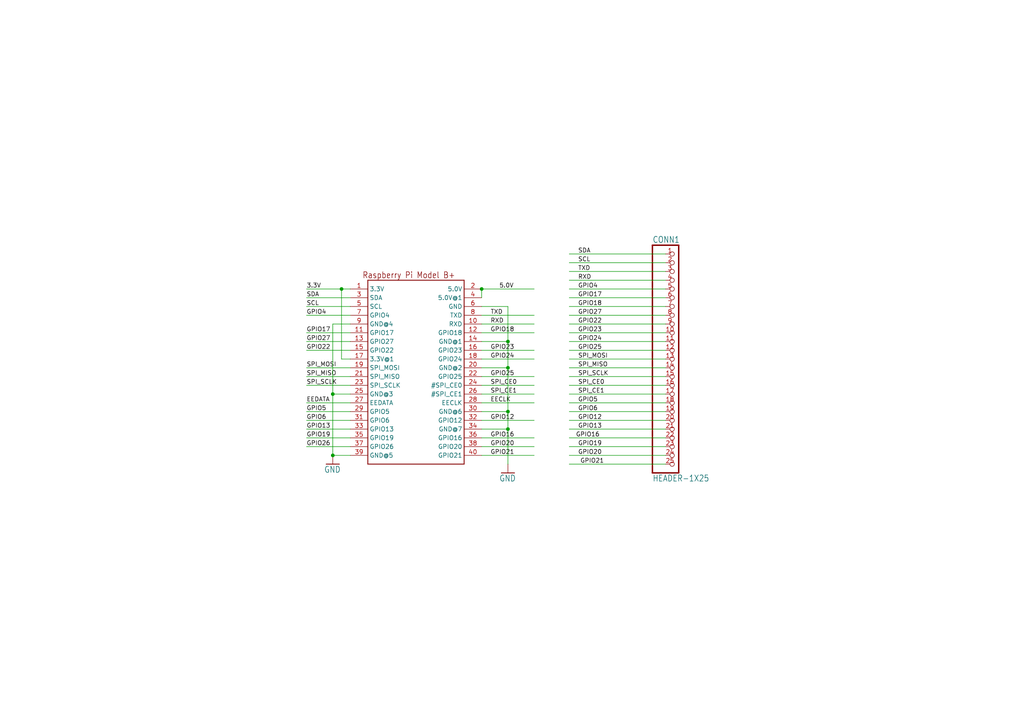
<source format=kicad_sch>
(kicad_sch (version 20231120) (generator "eeschema") (generator_version "8.0")
  (paper "A4")
  (lib_symbols
    (symbol "Adafruit Perma Proto Bonnet-eagle-import:GND" (power)
      (symbol "GND_1_0"
        (polyline (pts (xy -1.905 0) (xy 1.905 0)) (stroke (width 0.254)))
        (pin power_in line (at 0 2.54 270) (length 2.54) (name "GND") (number "1"))
      )
    )
    (symbol "Adafruit Perma Proto Bonnet-eagle-import:HEADER-1X25"
      (property "Reference" "CONN" (at -3.81 33.655 0))
      (symbol "HEADER-1X25_1_0"
        (polyline (pts (xy -3.81 -33.02) (xy 3.81 -33.02)) (stroke (width 0.4064)))
        (polyline (pts (xy -3.81 33.02) (xy -3.81 -33.02)) (stroke (width 0.4064)))
        (polyline (pts (xy 3.81 -33.02) (xy 3.81 33.02)) (stroke (width 0.4064)))
        (polyline (pts (xy 3.81 33.02) (xy -3.81 33.02)) (stroke (width 0.4064)))
        (pin passive inverted (at 0 30.48 0) (length 2.54) (name "1") (number "1"))
        (pin passive inverted (at 0 7.62 0) (length 2.54) (name "10") (number "10"))
        (pin passive inverted (at 0 5.08 0) (length 2.54) (name "11") (number "11"))
        (pin passive inverted (at 0 2.54 0) (length 2.54) (name "12") (number "12"))
        (pin passive inverted (at 0 0 0) (length 2.54) (name "13") (number "13"))
        (pin passive inverted (at 0 -2.54 0) (length 2.54) (name "14") (number "14"))
        (pin passive inverted (at 0 -5.08 0) (length 2.54) (name "15") (number "15"))
        (pin passive inverted (at 0 -7.62 0) (length 2.54) (name "16") (number "16"))
        (pin passive inverted (at 0 -10.16 0) (length 2.54) (name "17") (number "17"))
        (pin passive inverted (at 0 -12.7 0) (length 2.54) (name "18") (number "18"))
        (pin passive inverted (at 0 -15.24 0) (length 2.54) (name "19") (number "19"))
        (pin passive inverted (at 0 27.94 0) (length 2.54) (name "2") (number "2"))
        (pin passive inverted (at 0 -17.78 0) (length 2.54) (name "20") (number "20"))
        (pin passive inverted (at 0 -20.32 0) (length 2.54) (name "21") (number "21"))
        (pin passive inverted (at 0 -22.86 0) (length 2.54) (name "22") (number "22"))
        (pin passive inverted (at 0 -25.4 0) (length 2.54) (name "23") (number "23"))
        (pin passive inverted (at 0 -27.94 0) (length 2.54) (name "24") (number "24"))
        (pin passive inverted (at 0 -30.48 0) (length 2.54) (name "25") (number "25"))
        (pin passive inverted (at 0 25.4 0) (length 2.54) (name "3") (number "3"))
        (pin passive inverted (at 0 22.86 0) (length 2.54) (name "4") (number "4"))
        (pin passive inverted (at 0 20.32 0) (length 2.54) (name "5") (number "5"))
        (pin passive inverted (at 0 17.78 0) (length 2.54) (name "6") (number "6"))
        (pin passive inverted (at 0 15.24 0) (length 2.54) (name "7") (number "7"))
        (pin passive inverted (at 0 12.7 0) (length 2.54) (name "8") (number "8"))
        (pin passive inverted (at 0 10.16 0) (length 2.54) (name "9") (number "9"))
      )
    )
    (symbol "Adafruit Perma Proto Bonnet-eagle-import:RASPBERRYPI_BPLUS_BONNETNODIM"
      (symbol "RASPBERRYPI_BPLUS_BONNETNODIM_1_0"
        (polyline (pts (xy -12.7 -30.48) (xy -12.7 22.86)) (stroke (width 0.254)))
        (polyline (pts (xy -12.7 22.86) (xy 15.24 22.86)) (stroke (width 0.254)))
        (polyline (pts (xy 15.24 -30.48) (xy -12.7 -30.48)) (stroke (width 0.254)))
        (polyline (pts (xy 15.24 22.86) (xy 15.24 -30.48)) (stroke (width 0.254)))
        (text "Raspberry Pi Model B+" (at 12.7 25.4 0) (effects (font (size 1.778 1.5113)) (justify right top)))
        (pin power_in line (at -17.78 20.32 0) (length 5.08) (name "3.3V") (number "1"))
        (pin bidirectional line (at 20.32 10.16 180) (length 5.08) (name "RXD") (number "10"))
        (pin bidirectional line (at -17.78 7.62 0) (length 5.08) (name "GPIO17") (number "11"))
        (pin bidirectional line (at 20.32 7.62 180) (length 5.08) (name "GPIO18") (number "12"))
        (pin bidirectional line (at -17.78 5.08 0) (length 5.08) (name "GPIO27") (number "13"))
        (pin power_in line (at 20.32 5.08 180) (length 5.08) (name "GND@1") (number "14"))
        (pin bidirectional line (at -17.78 2.54 0) (length 5.08) (name "GPIO22") (number "15"))
        (pin bidirectional line (at 20.32 2.54 180) (length 5.08) (name "GPIO23") (number "16"))
        (pin power_in line (at -17.78 0 0) (length 5.08) (name "3.3V@1") (number "17"))
        (pin bidirectional line (at 20.32 0 180) (length 5.08) (name "GPIO24") (number "18"))
        (pin bidirectional line (at -17.78 -2.54 0) (length 5.08) (name "SPI_MOSI") (number "19"))
        (pin power_in line (at 20.32 20.32 180) (length 5.08) (name "5.0V") (number "2"))
        (pin power_in line (at 20.32 -2.54 180) (length 5.08) (name "GND@2") (number "20"))
        (pin bidirectional line (at -17.78 -5.08 0) (length 5.08) (name "SPI_MISO") (number "21"))
        (pin bidirectional line (at 20.32 -5.08 180) (length 5.08) (name "GPIO25") (number "22"))
        (pin bidirectional line (at -17.78 -7.62 0) (length 5.08) (name "SPI_SCLK") (number "23"))
        (pin bidirectional line (at 20.32 -7.62 180) (length 5.08) (name "#SPI_CE0") (number "24"))
        (pin power_in line (at -17.78 -10.16 0) (length 5.08) (name "GND@3") (number "25"))
        (pin bidirectional line (at 20.32 -10.16 180) (length 5.08) (name "#SPI_CE1") (number "26"))
        (pin bidirectional line (at -17.78 -12.7 0) (length 5.08) (name "EEDATA") (number "27"))
        (pin bidirectional line (at 20.32 -12.7 180) (length 5.08) (name "EECLK") (number "28"))
        (pin bidirectional line (at -17.78 -15.24 0) (length 5.08) (name "GPIO5") (number "29"))
        (pin bidirectional line (at -17.78 17.78 0) (length 5.08) (name "SDA") (number "3"))
        (pin power_in line (at 20.32 -15.24 180) (length 5.08) (name "GND@6") (number "30"))
        (pin bidirectional line (at -17.78 -17.78 0) (length 5.08) (name "GPIO6") (number "31"))
        (pin bidirectional line (at 20.32 -17.78 180) (length 5.08) (name "GPIO12") (number "32"))
        (pin bidirectional line (at -17.78 -20.32 0) (length 5.08) (name "GPIO13") (number "33"))
        (pin power_in line (at 20.32 -20.32 180) (length 5.08) (name "GND@7") (number "34"))
        (pin bidirectional line (at -17.78 -22.86 0) (length 5.08) (name "GPIO19") (number "35"))
        (pin bidirectional line (at 20.32 -22.86 180) (length 5.08) (name "GPIO16") (number "36"))
        (pin bidirectional line (at -17.78 -25.4 0) (length 5.08) (name "GPIO26") (number "37"))
        (pin bidirectional line (at 20.32 -25.4 180) (length 5.08) (name "GPIO20") (number "38"))
        (pin power_in line (at -17.78 -27.94 0) (length 5.08) (name "GND@5") (number "39"))
        (pin power_in line (at 20.32 17.78 180) (length 5.08) (name "5.0V@1") (number "4"))
        (pin bidirectional line (at 20.32 -27.94 180) (length 5.08) (name "GPIO21") (number "40"))
        (pin bidirectional line (at -17.78 15.24 0) (length 5.08) (name "SCL") (number "5"))
        (pin power_in line (at 20.32 15.24 180) (length 5.08) (name "GND") (number "6"))
        (pin bidirectional line (at -17.78 12.7 0) (length 5.08) (name "GPIO4") (number "7"))
        (pin bidirectional line (at 20.32 12.7 180) (length 5.08) (name "TXD") (number "8"))
        (pin power_in line (at -17.78 10.16 0) (length 5.08) (name "GND@4") (number "9"))
      )
    )
  )
  (junction (at 147.32 106.68))
  (junction (at 147.32 99.06))
  (junction (at 96.52 114.3))
  (junction (at 147.32 119.38))
  (junction (at 147.32 124.46))
  (junction (at 96.52 132.08))
  (junction (at 139.7 83.82))
  (junction (at 99.06 83.82))
  (wire (pts (xy 101.6 101.6) (xy 88.9 101.6)) (stroke (width 0.1524)))
  (wire (pts (xy 88.9 127) (xy 101.6 127)) (stroke (width 0.1524)))
  (wire (pts (xy 165.1 99.06) (xy 193.04 99.06)) (stroke (width 0.1524)))
  (wire (pts (xy 165.1 124.46) (xy 193.04 124.46)) (stroke (width 0.1524)))
  (wire (pts (xy 96.52 114.3) (xy 96.52 93.98)) (stroke (width 0.1524)))
  (wire (pts (xy 139.7 96.52) (xy 154.94 96.52)) (stroke (width 0.1524)))
  (wire (pts (xy 165.1 129.54) (xy 193.04 129.54)) (stroke (width 0.1524)))
  (wire (pts (xy 193.04 91.44) (xy 165.1 91.44)) (stroke (width 0.1524)))
  (wire (pts (xy 101.6 86.36) (xy 88.9 86.36)) (stroke (width 0.1524)))
  (wire (pts (xy 101.6 96.52) (xy 88.9 96.52)) (stroke (width 0.1524)))
  (wire (pts (xy 193.04 121.92) (xy 165.1 121.92)) (stroke (width 0.1524)))
  (wire (pts (xy 139.7 124.46) (xy 147.32 124.46)) (stroke (width 0.1524)))
  (wire (pts (xy 139.7 88.9) (xy 147.32 88.9)) (stroke (width 0.1524)))
  (wire (pts (xy 101.6 88.9) (xy 88.9 88.9)) (stroke (width 0.1524)))
  (wire (pts (xy 139.7 99.06) (xy 147.32 99.06)) (stroke (width 0.1524)))
  (wire (pts (xy 165.1 109.22) (xy 193.04 109.22)) (stroke (width 0.1524)))
  (wire (pts (xy 165.1 119.38) (xy 193.04 119.38)) (stroke (width 0.1524)))
  (wire (pts (xy 139.7 114.3) (xy 154.94 114.3)) (stroke (width 0.1524)))
  (wire (pts (xy 193.04 106.68) (xy 165.1 106.68)) (stroke (width 0.1524)))
  (wire (pts (xy 99.06 83.82) (xy 88.9 83.82)) (stroke (width 0.1524)))
  (wire (pts (xy 165.1 76.2) (xy 193.04 76.2)) (stroke (width 0.1524)))
  (wire (pts (xy 193.04 127) (xy 165.1 127)) (stroke (width 0.1524)))
  (wire (pts (xy 88.9 121.92) (xy 101.6 121.92)) (stroke (width 0.1524)))
  (wire (pts (xy 101.6 91.44) (xy 88.9 91.44)) (stroke (width 0.1524)))
  (wire (pts (xy 147.32 99.06) (xy 147.32 106.68)) (stroke (width 0.1524)))
  (wire (pts (xy 139.7 109.22) (xy 154.94 109.22)) (stroke (width 0.1524)))
  (wire (pts (xy 139.7 106.68) (xy 147.32 106.68)) (stroke (width 0.1524)))
  (wire (pts (xy 139.7 86.36) (xy 139.7 83.82)) (stroke (width 0.1524)))
  (wire (pts (xy 154.94 93.98) (xy 139.7 93.98)) (stroke (width 0.1524)))
  (wire (pts (xy 99.06 104.14) (xy 99.06 83.82)) (stroke (width 0.1524)))
  (wire (pts (xy 165.1 93.98) (xy 193.04 93.98)) (stroke (width 0.1524)))
  (wire (pts (xy 147.32 106.68) (xy 147.32 119.38)) (stroke (width 0.1524)))
  (wire (pts (xy 139.7 119.38) (xy 147.32 119.38)) (stroke (width 0.1524)))
  (wire (pts (xy 147.32 88.9) (xy 147.32 99.06)) (stroke (width 0.1524)))
  (wire (pts (xy 96.52 93.98) (xy 101.6 93.98)) (stroke (width 0.1524)))
  (wire (pts (xy 88.9 106.68) (xy 101.6 106.68)) (stroke (width 0.1524)))
  (wire (pts (xy 96.52 114.3) (xy 101.6 114.3)) (stroke (width 0.1524)))
  (wire (pts (xy 165.1 88.9) (xy 193.04 88.9)) (stroke (width 0.1524)))
  (wire (pts (xy 101.6 116.84) (xy 88.9 116.84)) (stroke (width 0.1524)))
  (wire (pts (xy 193.04 73.66) (xy 165.1 73.66)) (stroke (width 0.1524)))
  (wire (pts (xy 139.7 104.14) (xy 154.94 104.14)) (stroke (width 0.1524)))
  (wire (pts (xy 139.7 129.54) (xy 154.94 129.54)) (stroke (width 0.1524)))
  (wire (pts (xy 139.7 116.84) (xy 154.94 116.84)) (stroke (width 0.1524)))
  (wire (pts (xy 165.1 81.28) (xy 193.04 81.28)) (stroke (width 0.1524)))
  (wire (pts (xy 101.6 132.08) (xy 96.52 132.08)) (stroke (width 0.1524)))
  (wire (pts (xy 139.7 111.76) (xy 154.94 111.76)) (stroke (width 0.1524)))
  (wire (pts (xy 165.1 134.62) (xy 193.04 134.62)) (stroke (width 0.1524)))
  (wire (pts (xy 96.52 114.3) (xy 96.52 132.08)) (stroke (width 0.1524)))
  (wire (pts (xy 193.04 101.6) (xy 165.1 101.6)) (stroke (width 0.1524)))
  (wire (pts (xy 88.9 109.22) (xy 101.6 109.22)) (stroke (width 0.1524)))
  (wire (pts (xy 139.7 101.6) (xy 154.94 101.6)) (stroke (width 0.1524)))
  (wire (pts (xy 101.6 83.82) (xy 99.06 83.82)) (stroke (width 0.1524)))
  (wire (pts (xy 88.9 119.38) (xy 101.6 119.38)) (stroke (width 0.1524)))
  (wire (pts (xy 139.7 132.08) (xy 154.94 132.08)) (stroke (width 0.1524)))
  (wire (pts (xy 99.06 104.14) (xy 101.6 104.14)) (stroke (width 0.1524)))
  (wire (pts (xy 147.32 119.38) (xy 147.32 124.46)) (stroke (width 0.1524)))
  (wire (pts (xy 88.9 99.06) (xy 101.6 99.06)) (stroke (width 0.1524)))
  (wire (pts (xy 88.9 129.54) (xy 101.6 129.54)) (stroke (width 0.1524)))
  (wire (pts (xy 139.7 83.82) (xy 154.94 83.82)) (stroke (width 0.1524)))
  (wire (pts (xy 147.32 124.46) (xy 147.32 134.62)) (stroke (width 0.1524)))
  (wire (pts (xy 193.04 116.84) (xy 165.1 116.84)) (stroke (width 0.1524)))
  (wire (pts (xy 193.04 96.52) (xy 165.1 96.52)) (stroke (width 0.1524)))
  (wire (pts (xy 139.7 127) (xy 154.94 127)) (stroke (width 0.1524)))
  (wire (pts (xy 88.9 111.76) (xy 101.6 111.76)) (stroke (width 0.1524)))
  (wire (pts (xy 139.7 121.92) (xy 154.94 121.92)) (stroke (width 0.1524)))
  (wire (pts (xy 193.04 78.74) (xy 165.1 78.74)) (stroke (width 0.1524)))
  (wire (pts (xy 139.7 91.44) (xy 154.94 91.44)) (stroke (width 0.1524)))
  (wire (pts (xy 193.04 111.76) (xy 165.1 111.76)) (stroke (width 0.1524)))
  (wire (pts (xy 165.1 114.3) (xy 193.04 114.3)) (stroke (width 0.1524)))
  (wire (pts (xy 165.1 86.36) (xy 193.04 86.36)) (stroke (width 0.1524)))
  (wire (pts (xy 88.9 124.46) (xy 101.6 124.46)) (stroke (width 0.1524)))
  (wire (pts (xy 165.1 104.14) (xy 193.04 104.14)) (stroke (width 0.1524)))
  (wire (pts (xy 193.04 132.08) (xy 165.1 132.08)) (stroke (width 0.1524)))
  (wire (pts (xy 193.04 83.82) (xy 165.1 83.82)) (stroke (width 0.1524)))
  (label "GPIO12" (at 142.24 121.92 0) (effects (font (size 1.2446 1.2446))))
  (label "SPI_MOSI" (at 167.64 104.14 0) (effects (font (size 1.2446 1.2446))))
  (label "GPIO27" (at 88.9 99.06 0) (effects (font (size 1.2446 1.2446))))
  (label "GPIO21" (at 168.275 134.62 0) (effects (font (size 1.2446 1.2446))))
  (label "GPIO4" (at 167.64 83.82 0) (effects (font (size 1.2446 1.2446))))
  (label "GPIO4" (at 88.9 91.44 0) (effects (font (size 1.2446 1.2446))))
  (label "GPIO17" (at 167.64 86.36 0) (effects (font (size 1.2446 1.2446))))
  (label "GPIO19" (at 167.64 129.54 0) (effects (font (size 1.2446 1.2446))))
  (label "GPIO24" (at 167.64 99.06 0) (effects (font (size 1.2446 1.2446))))
  (label "5.0V" (at 144.78 83.82 0) (effects (font (size 1.2446 1.2446))))
  (label "GPIO5" (at 167.64 116.84 0) (effects (font (size 1.2446 1.2446))))
  (label "SDA" (at 88.9 86.36 0) (effects (font (size 1.2446 1.2446))))
  (label "SPI_CE0" (at 142.24 111.76 0) (effects (font (size 1.2446 1.2446))))
  (label "GPIO16" (at 167.005 127 0) (effects (font (size 1.2446 1.2446))))
  (label "SPI_CE1" (at 167.64 114.3 0) (effects (font (size 1.2446 1.2446))))
  (label "GPIO18" (at 142.24 96.52 0) (effects (font (size 1.2446 1.2446))))
  (label "GPIO25" (at 142.24 109.22 0) (effects (font (size 1.2446 1.2446))))
  (label "GPIO17" (at 88.9 96.52 0) (effects (font (size 1.2446 1.2446))))
  (label "SPI_MOSI" (at 88.9 106.68 0) (effects (font (size 1.2446 1.2446))))
  (label "SCL" (at 88.9 88.9 0) (effects (font (size 1.2446 1.2446))))
  (label "GPIO19" (at 88.9 127 0) (effects (font (size 1.2446 1.2446))))
  (label "SPI_CE1" (at 142.24 114.3 0) (effects (font (size 1.2446 1.2446))))
  (label "GPIO22" (at 88.9 101.6 0) (effects (font (size 1.2446 1.2446))))
  (label "GPIO25" (at 167.64 101.6 0) (effects (font (size 1.2446 1.2446))))
  (label "GPIO13" (at 88.9 124.46 0) (effects (font (size 1.2446 1.2446))))
  (label "3.3V" (at 88.9 83.82 0) (effects (font (size 1.2446 1.2446))))
  (label "GPIO13" (at 167.64 124.46 0) (effects (font (size 1.2446 1.2446))))
  (label "EEDATA" (at 88.9 116.84 0) (effects (font (size 1.2446 1.2446))))
  (label "SPI_SCLK" (at 167.64 109.22 0) (effects (font (size 1.2446 1.2446))))
  (label "GPIO6" (at 167.64 119.38 0) (effects (font (size 1.2446 1.2446))))
  (label "GPIO27" (at 167.64 91.44 0) (effects (font (size 1.2446 1.2446))))
  (label "SPI_CE0" (at 167.64 111.76 0) (effects (font (size 1.2446 1.2446))))
  (label "SPI_MISO" (at 88.9 109.22 0) (effects (font (size 1.2446 1.2446))))
  (label "TXD" (at 167.64 78.74 0) (effects (font (size 1.2446 1.2446))))
  (label "GPIO24" (at 142.24 104.14 0) (effects (font (size 1.2446 1.2446))))
  (label "SPI_SCLK" (at 88.9 111.76 0) (effects (font (size 1.2446 1.2446))))
  (label "SDA" (at 167.64 73.66 0) (effects (font (size 1.2446 1.2446))))
  (label "GPIO20" (at 142.24 129.54 0) (effects (font (size 1.2446 1.2446))))
  (label "GPIO21" (at 142.24 132.08 0) (effects (font (size 1.2446 1.2446))))
  (label "SPI_MISO" (at 167.64 106.68 0) (effects (font (size 1.2446 1.2446))))
  (label "GPIO16" (at 142.24 127 0) (effects (font (size 1.2446 1.2446))))
  (label "GPIO5" (at 88.9 119.38 0) (effects (font (size 1.2446 1.2446))))
  (label "RXD" (at 167.64 81.28 0) (effects (font (size 1.2446 1.2446))))
  (label "GPIO12" (at 167.64 121.92 0) (effects (font (size 1.2446 1.2446))))
  (label "EECLK" (at 142.24 116.84 0) (effects (font (size 1.2446 1.2446))))
  (label "TXD" (at 142.24 91.44 0) (effects (font (size 1.2446 1.2446))))
  (label "RXD" (at 142.24 93.98 0) (effects (font (size 1.2446 1.2446))))
  (label "GPIO18" (at 167.64 88.9 0) (effects (font (size 1.2446 1.2446))))
  (label "GPIO20" (at 167.64 132.08 0) (effects (font (size 1.2446 1.2446))))
  (label "GPIO22" (at 167.64 93.98 0) (effects (font (size 1.2446 1.2446))))
  (label "GPIO23" (at 167.64 96.52 0) (effects (font (size 1.2446 1.2446))))
  (label "GPIO23" (at 142.24 101.6 0) (effects (font (size 1.2446 1.2446))))
  (label "GPIO6" (at 88.9 121.92 0) (effects (font (size 1.2446 1.2446))))
  (label "SCL" (at 167.64 76.2 0) (effects (font (size 1.2446 1.2446))))
  (label "GPIO26" (at 88.9 129.54 0) (effects (font (size 1.2446 1.2446))))
  (symbol (lib_id "Adafruit Perma Proto Bonnet-eagle-import:RASPBERRYPI_BPLUS_BONNETNODIM") (at 119.38 104.14 0) (unit 1)
    (property "Reference" "RPI1" (effects (hide yes)))
    (property "Value" "RASPBERRYPI_BPLUS_BONNETNODIM" (effects (hide yes)))
    (property "Footprint" "Adafruit Perma Proto Bonnet:PI_BONNET_NODIM" (effects (hide yes)))
  )
  (symbol (lib_id "Adafruit Perma Proto Bonnet-eagle-import:HEADER-1X25") (at 193.04 104.14 0) (unit 1)
    (property "Reference" "CONN1" (at 189.23 70.485 0) (effects (font (size 1.778 1.5113)) (justify left bottom)))
    (property "Value" "HEADER-1X25" (at 189.23 139.7 0) (effects (font (size 1.778 1.5113)) (justify left bottom)))
    (property "Footprint" "Adafruit Perma Proto Bonnet:1X25_ROUND_70MIL" (effects (hide yes)))
  )
  (symbol (lib_id "Adafruit Perma Proto Bonnet-eagle-import:GND") (at 96.52 134.62 0) (unit 1)
    (property "Reference" "#GND1" (effects (hide yes)))
    (property "Value" "GND" (at 93.98 137.16 0) (effects (font (size 1.778 1.5113)) (justify left bottom)))
  )
  (symbol (lib_id "Adafruit Perma Proto Bonnet-eagle-import:GND") (at 147.32 137.16 0) (unit 1)
    (property "Reference" "#GND2" (effects (hide yes)))
    (property "Value" "GND" (at 144.78 139.7 0) (effects (font (size 1.778 1.5113)) (justify left bottom)))
  )
)
</source>
